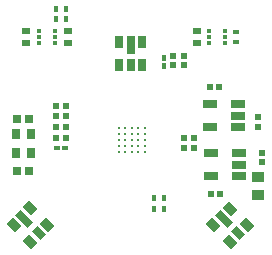
<source format=gbr>
%FSTAX25Y25*%
%MOIN*%
%SFA1B1*%

%IPPOS*%
%AMD20*
4,1,4,-0.003800,0.023900,-0.023900,0.003800,0.003800,-0.023900,0.023900,-0.003800,-0.003800,0.023900,0.0*
%
%AMD21*
4,1,4,-0.004900,0.022800,-0.022800,0.004900,0.004900,-0.022800,0.022800,-0.004900,-0.004900,0.022800,0.0*
%
%AMD22*
4,1,4,-0.011900,0.029800,-0.029800,0.011900,0.011900,-0.029800,0.029800,-0.011900,-0.011900,0.029800,0.0*
%
%ADD10R,0.017716X0.021654*%
%ADD11R,0.028346X0.028346*%
%ADD12R,0.031496X0.035433*%
%ADD13R,0.051181X0.027559*%
%ADD14C,0.009000*%
%ADD15R,0.025591X0.021654*%
%ADD16R,0.021654X0.017716*%
%ADD17R,0.017716X0.011811*%
%ADD18R,0.011811X0.019685*%
%ADD19R,0.019685X0.011811*%
G04~CAMADD=20~9~0.0~0.0~285.4~393.7~0.0~0.0~0~0.0~0.0~0.0~0.0~0~0.0~0.0~0.0~0.0~0~0.0~0.0~0.0~45.0~478.0~477.0*
%ADD20D20*%
G04~CAMADD=21~9~0.0~0.0~255.9~393.7~0.0~0.0~0~0.0~0.0~0.0~0.0~0~0.0~0.0~0.0~0.0~0~0.0~0.0~0.0~45.0~456.0~455.0*
%ADD21D21*%
G04~CAMADD=22~9~0.0~0.0~255.9~590.5~0.0~0.0~0~0.0~0.0~0.0~0.0~0~0.0~0.0~0.0~0.0~0~0.0~0.0~0.0~45.0~596.0~595.0*
%ADD22D22*%
%ADD23R,0.028543X0.039370*%
%ADD24R,0.025591X0.039370*%
%ADD25R,0.025591X0.059055*%
%ADD26R,0.020472X0.020472*%
%ADD27R,0.020472X0.020472*%
%ADD28R,0.039370X0.035433*%
%LNdigit_paste_top-1*%
%LPD*%
G54D10*
X0060433Y003937D03*
X0056889D03*
X0060433Y00357D03*
X0056889D03*
X0024212Y0102362D03*
X0027755D03*
X0024212Y0098818D03*
X0027755D03*
G54D11*
X0011417Y0065748D03*
X0015354D03*
X0011417Y0048425D03*
X0015354D03*
G54D12*
X0010925Y0060728D03*
Y0054232D03*
X0015846Y0060728D03*
Y0054232D03*
G54D13*
X0085039Y0062992D03*
Y0066732D03*
Y0070472D03*
X007559D03*
Y0062992D03*
X0085433Y0046653D03*
Y0050393D03*
Y0054133D03*
X0075984D03*
Y0046653D03*
G54D14*
X0053858Y0062598D03*
Y0060629D03*
Y0058661D03*
Y0056692D03*
Y0054724D03*
X0051732Y0062598D03*
Y0060629D03*
Y0058661D03*
Y0056692D03*
Y0054724D03*
X0049606Y0062598D03*
Y0060629D03*
Y0058661D03*
Y0056692D03*
Y0054724D03*
X004748Y0062598D03*
Y0060629D03*
Y0058661D03*
Y0056692D03*
Y0054724D03*
X0045354Y0062598D03*
Y0060629D03*
Y0058661D03*
Y0056692D03*
Y0054724D03*
G54D15*
X0071259Y0094881D03*
Y0090944D03*
X0028346D03*
Y0094881D03*
X0014173Y0090944D03*
Y0094881D03*
G54D16*
X0084252Y0094685D03*
Y0091141D03*
G54D17*
X0075295Y0094881D03*
Y0092913D03*
Y0090944D03*
X008061D03*
Y0092913D03*
Y0094881D03*
X0018602D03*
Y0092913D03*
Y0090944D03*
X0023917D03*
Y0092913D03*
Y0094881D03*
G54D18*
X0060236Y0083267D03*
Y0086023D03*
G54D19*
X0027362Y0055905D03*
X0024606D03*
G54D20*
X0082374Y0024711D03*
X0087873Y0030209D03*
X0076807Y0030279D03*
X0082305Y0035777D03*
X0015782Y0024782D03*
X0021281Y003028D03*
X0010215Y0030349D03*
X0015713Y0035847D03*
G54D21*
X0085124Y002746D03*
X0018531Y0027531D03*
G54D22*
X0080252Y0032332D03*
X001366Y0032402D03*
G54D23*
X0045324Y0083464D03*
X00531D03*
X0045324Y0091338D03*
X00531D03*
G54D24*
X0049212Y0083464D03*
G54D25*
X0049212Y0090354D03*
G54D26*
X007874Y0076377D03*
X007559D03*
X0079133Y0040551D03*
X0075984D03*
X0024409Y0066535D03*
X0027559D03*
X0024409Y0070078D03*
X0027559D03*
X0024409Y0062992D03*
X0027559D03*
X0024409Y0059448D03*
X0027559D03*
G54D27*
X0091732Y0066141D03*
Y0062992D03*
X00931Y0051125D03*
Y0054274D03*
X0066899Y0056115D03*
Y0059264D03*
X0070442Y0056115D03*
Y0059264D03*
X0066929Y0086614D03*
Y0083464D03*
X0063385Y0086614D03*
Y0083464D03*
G54D28*
X0091732Y0046456D03*
Y0040157D03*
M02*
</source>
